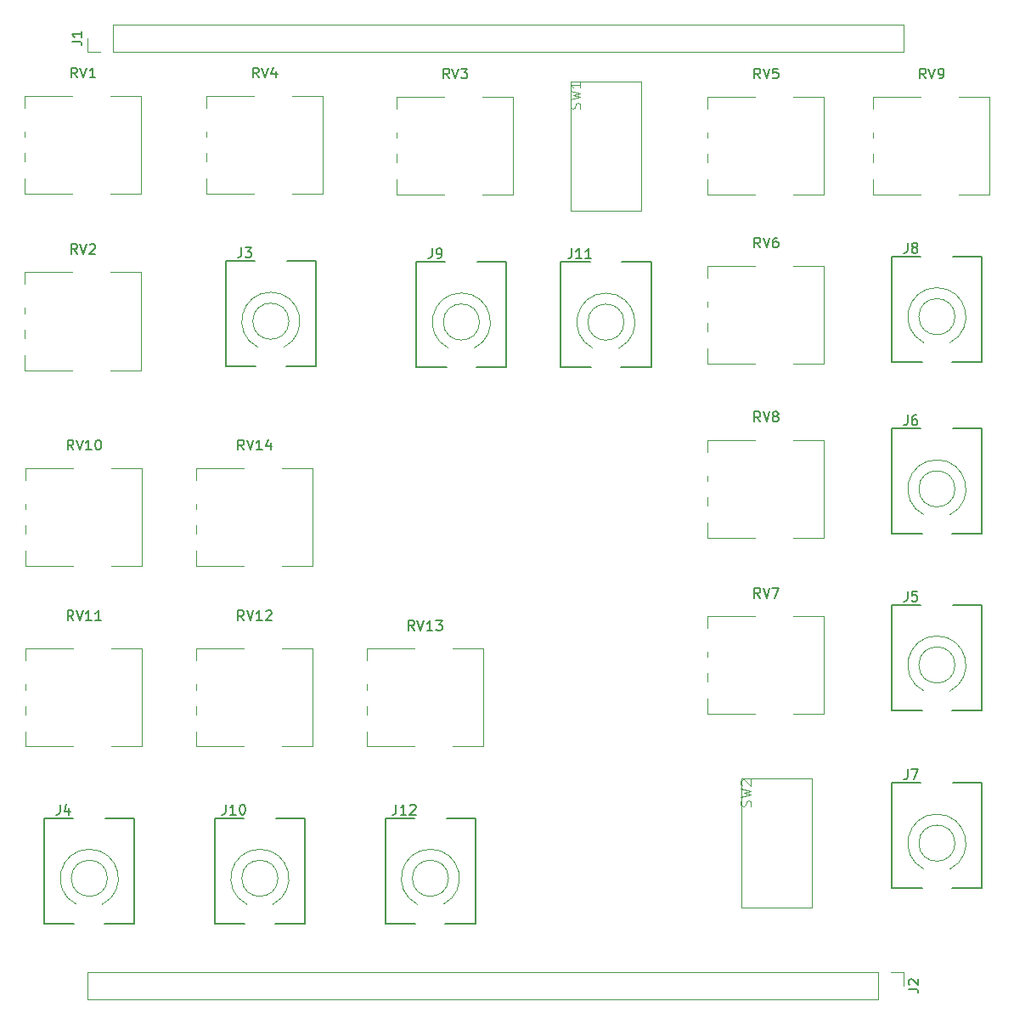
<source format=gbr>
%TF.GenerationSoftware,KiCad,Pcbnew,7.0.9*%
%TF.CreationDate,2024-05-31T23:58:34+01:00*%
%TF.ProjectId,VCO PANEL,56434f20-5041-44e4-954c-2e6b69636164,rev?*%
%TF.SameCoordinates,Original*%
%TF.FileFunction,Legend,Top*%
%TF.FilePolarity,Positive*%
%FSLAX46Y46*%
G04 Gerber Fmt 4.6, Leading zero omitted, Abs format (unit mm)*
G04 Created by KiCad (PCBNEW 7.0.9) date 2024-05-31 23:58:34*
%MOMM*%
%LPD*%
G01*
G04 APERTURE LIST*
%ADD10C,0.150000*%
%ADD11C,0.100000*%
%ADD12C,0.120000*%
%ADD13C,0.200000*%
G04 APERTURE END LIST*
D10*
X101749819Y-53633333D02*
X102464104Y-53633333D01*
X102464104Y-53633333D02*
X102606961Y-53680952D01*
X102606961Y-53680952D02*
X102702200Y-53776190D01*
X102702200Y-53776190D02*
X102749819Y-53919047D01*
X102749819Y-53919047D02*
X102749819Y-54014285D01*
X102749819Y-52633333D02*
X102749819Y-53204761D01*
X102749819Y-52919047D02*
X101749819Y-52919047D01*
X101749819Y-52919047D02*
X101892676Y-53014285D01*
X101892676Y-53014285D02*
X101987914Y-53109523D01*
X101987914Y-53109523D02*
X102035533Y-53204761D01*
X185066666Y-108404819D02*
X185066666Y-109119104D01*
X185066666Y-109119104D02*
X185019047Y-109261961D01*
X185019047Y-109261961D02*
X184923809Y-109357200D01*
X184923809Y-109357200D02*
X184780952Y-109404819D01*
X184780952Y-109404819D02*
X184685714Y-109404819D01*
X186019047Y-108404819D02*
X185542857Y-108404819D01*
X185542857Y-108404819D02*
X185495238Y-108881009D01*
X185495238Y-108881009D02*
X185542857Y-108833390D01*
X185542857Y-108833390D02*
X185638095Y-108785771D01*
X185638095Y-108785771D02*
X185876190Y-108785771D01*
X185876190Y-108785771D02*
X185971428Y-108833390D01*
X185971428Y-108833390D02*
X186019047Y-108881009D01*
X186019047Y-108881009D02*
X186066666Y-108976247D01*
X186066666Y-108976247D02*
X186066666Y-109214342D01*
X186066666Y-109214342D02*
X186019047Y-109309580D01*
X186019047Y-109309580D02*
X185971428Y-109357200D01*
X185971428Y-109357200D02*
X185876190Y-109404819D01*
X185876190Y-109404819D02*
X185638095Y-109404819D01*
X185638095Y-109404819D02*
X185542857Y-109357200D01*
X185542857Y-109357200D02*
X185495238Y-109309580D01*
X186889761Y-57314819D02*
X186556428Y-56838628D01*
X186318333Y-57314819D02*
X186318333Y-56314819D01*
X186318333Y-56314819D02*
X186699285Y-56314819D01*
X186699285Y-56314819D02*
X186794523Y-56362438D01*
X186794523Y-56362438D02*
X186842142Y-56410057D01*
X186842142Y-56410057D02*
X186889761Y-56505295D01*
X186889761Y-56505295D02*
X186889761Y-56648152D01*
X186889761Y-56648152D02*
X186842142Y-56743390D01*
X186842142Y-56743390D02*
X186794523Y-56791009D01*
X186794523Y-56791009D02*
X186699285Y-56838628D01*
X186699285Y-56838628D02*
X186318333Y-56838628D01*
X187175476Y-56314819D02*
X187508809Y-57314819D01*
X187508809Y-57314819D02*
X187842142Y-56314819D01*
X188223095Y-57314819D02*
X188413571Y-57314819D01*
X188413571Y-57314819D02*
X188508809Y-57267200D01*
X188508809Y-57267200D02*
X188556428Y-57219580D01*
X188556428Y-57219580D02*
X188651666Y-57076723D01*
X188651666Y-57076723D02*
X188699285Y-56886247D01*
X188699285Y-56886247D02*
X188699285Y-56505295D01*
X188699285Y-56505295D02*
X188651666Y-56410057D01*
X188651666Y-56410057D02*
X188604047Y-56362438D01*
X188604047Y-56362438D02*
X188508809Y-56314819D01*
X188508809Y-56314819D02*
X188318333Y-56314819D01*
X188318333Y-56314819D02*
X188223095Y-56362438D01*
X188223095Y-56362438D02*
X188175476Y-56410057D01*
X188175476Y-56410057D02*
X188127857Y-56505295D01*
X188127857Y-56505295D02*
X188127857Y-56743390D01*
X188127857Y-56743390D02*
X188175476Y-56838628D01*
X188175476Y-56838628D02*
X188223095Y-56886247D01*
X188223095Y-56886247D02*
X188318333Y-56933866D01*
X188318333Y-56933866D02*
X188508809Y-56933866D01*
X188508809Y-56933866D02*
X188604047Y-56886247D01*
X188604047Y-56886247D02*
X188651666Y-56838628D01*
X188651666Y-56838628D02*
X188699285Y-56743390D01*
X151590476Y-74247419D02*
X151590476Y-74961704D01*
X151590476Y-74961704D02*
X151542857Y-75104561D01*
X151542857Y-75104561D02*
X151447619Y-75199800D01*
X151447619Y-75199800D02*
X151304762Y-75247419D01*
X151304762Y-75247419D02*
X151209524Y-75247419D01*
X152590476Y-75247419D02*
X152019048Y-75247419D01*
X152304762Y-75247419D02*
X152304762Y-74247419D01*
X152304762Y-74247419D02*
X152209524Y-74390276D01*
X152209524Y-74390276D02*
X152114286Y-74485514D01*
X152114286Y-74485514D02*
X152019048Y-74533133D01*
X153542857Y-75247419D02*
X152971429Y-75247419D01*
X153257143Y-75247419D02*
X153257143Y-74247419D01*
X153257143Y-74247419D02*
X153161905Y-74390276D01*
X153161905Y-74390276D02*
X153066667Y-74485514D01*
X153066667Y-74485514D02*
X152971429Y-74533133D01*
X120389761Y-57234819D02*
X120056428Y-56758628D01*
X119818333Y-57234819D02*
X119818333Y-56234819D01*
X119818333Y-56234819D02*
X120199285Y-56234819D01*
X120199285Y-56234819D02*
X120294523Y-56282438D01*
X120294523Y-56282438D02*
X120342142Y-56330057D01*
X120342142Y-56330057D02*
X120389761Y-56425295D01*
X120389761Y-56425295D02*
X120389761Y-56568152D01*
X120389761Y-56568152D02*
X120342142Y-56663390D01*
X120342142Y-56663390D02*
X120294523Y-56711009D01*
X120294523Y-56711009D02*
X120199285Y-56758628D01*
X120199285Y-56758628D02*
X119818333Y-56758628D01*
X120675476Y-56234819D02*
X121008809Y-57234819D01*
X121008809Y-57234819D02*
X121342142Y-56234819D01*
X122104047Y-56568152D02*
X122104047Y-57234819D01*
X121865952Y-56187200D02*
X121627857Y-56901485D01*
X121627857Y-56901485D02*
X122246904Y-56901485D01*
X170389761Y-91514819D02*
X170056428Y-91038628D01*
X169818333Y-91514819D02*
X169818333Y-90514819D01*
X169818333Y-90514819D02*
X170199285Y-90514819D01*
X170199285Y-90514819D02*
X170294523Y-90562438D01*
X170294523Y-90562438D02*
X170342142Y-90610057D01*
X170342142Y-90610057D02*
X170389761Y-90705295D01*
X170389761Y-90705295D02*
X170389761Y-90848152D01*
X170389761Y-90848152D02*
X170342142Y-90943390D01*
X170342142Y-90943390D02*
X170294523Y-90991009D01*
X170294523Y-90991009D02*
X170199285Y-91038628D01*
X170199285Y-91038628D02*
X169818333Y-91038628D01*
X170675476Y-90514819D02*
X171008809Y-91514819D01*
X171008809Y-91514819D02*
X171342142Y-90514819D01*
X171818333Y-90943390D02*
X171723095Y-90895771D01*
X171723095Y-90895771D02*
X171675476Y-90848152D01*
X171675476Y-90848152D02*
X171627857Y-90752914D01*
X171627857Y-90752914D02*
X171627857Y-90705295D01*
X171627857Y-90705295D02*
X171675476Y-90610057D01*
X171675476Y-90610057D02*
X171723095Y-90562438D01*
X171723095Y-90562438D02*
X171818333Y-90514819D01*
X171818333Y-90514819D02*
X172008809Y-90514819D01*
X172008809Y-90514819D02*
X172104047Y-90562438D01*
X172104047Y-90562438D02*
X172151666Y-90610057D01*
X172151666Y-90610057D02*
X172199285Y-90705295D01*
X172199285Y-90705295D02*
X172199285Y-90752914D01*
X172199285Y-90752914D02*
X172151666Y-90848152D01*
X172151666Y-90848152D02*
X172104047Y-90895771D01*
X172104047Y-90895771D02*
X172008809Y-90943390D01*
X172008809Y-90943390D02*
X171818333Y-90943390D01*
X171818333Y-90943390D02*
X171723095Y-90991009D01*
X171723095Y-90991009D02*
X171675476Y-91038628D01*
X171675476Y-91038628D02*
X171627857Y-91133866D01*
X171627857Y-91133866D02*
X171627857Y-91324342D01*
X171627857Y-91324342D02*
X171675476Y-91419580D01*
X171675476Y-91419580D02*
X171723095Y-91467200D01*
X171723095Y-91467200D02*
X171818333Y-91514819D01*
X171818333Y-91514819D02*
X172008809Y-91514819D01*
X172008809Y-91514819D02*
X172104047Y-91467200D01*
X172104047Y-91467200D02*
X172151666Y-91419580D01*
X172151666Y-91419580D02*
X172199285Y-91324342D01*
X172199285Y-91324342D02*
X172199285Y-91133866D01*
X172199285Y-91133866D02*
X172151666Y-91038628D01*
X172151666Y-91038628D02*
X172104047Y-90991009D01*
X172104047Y-90991009D02*
X172008809Y-90943390D01*
X117090476Y-129654819D02*
X117090476Y-130369104D01*
X117090476Y-130369104D02*
X117042857Y-130511961D01*
X117042857Y-130511961D02*
X116947619Y-130607200D01*
X116947619Y-130607200D02*
X116804762Y-130654819D01*
X116804762Y-130654819D02*
X116709524Y-130654819D01*
X118090476Y-130654819D02*
X117519048Y-130654819D01*
X117804762Y-130654819D02*
X117804762Y-129654819D01*
X117804762Y-129654819D02*
X117709524Y-129797676D01*
X117709524Y-129797676D02*
X117614286Y-129892914D01*
X117614286Y-129892914D02*
X117519048Y-129940533D01*
X118709524Y-129654819D02*
X118804762Y-129654819D01*
X118804762Y-129654819D02*
X118900000Y-129702438D01*
X118900000Y-129702438D02*
X118947619Y-129750057D01*
X118947619Y-129750057D02*
X118995238Y-129845295D01*
X118995238Y-129845295D02*
X119042857Y-130035771D01*
X119042857Y-130035771D02*
X119042857Y-130273866D01*
X119042857Y-130273866D02*
X118995238Y-130464342D01*
X118995238Y-130464342D02*
X118947619Y-130559580D01*
X118947619Y-130559580D02*
X118900000Y-130607200D01*
X118900000Y-130607200D02*
X118804762Y-130654819D01*
X118804762Y-130654819D02*
X118709524Y-130654819D01*
X118709524Y-130654819D02*
X118614286Y-130607200D01*
X118614286Y-130607200D02*
X118566667Y-130559580D01*
X118566667Y-130559580D02*
X118519048Y-130464342D01*
X118519048Y-130464342D02*
X118471429Y-130273866D01*
X118471429Y-130273866D02*
X118471429Y-130035771D01*
X118471429Y-130035771D02*
X118519048Y-129845295D01*
X118519048Y-129845295D02*
X118566667Y-129750057D01*
X118566667Y-129750057D02*
X118614286Y-129702438D01*
X118614286Y-129702438D02*
X118709524Y-129654819D01*
X102297261Y-74814819D02*
X101963928Y-74338628D01*
X101725833Y-74814819D02*
X101725833Y-73814819D01*
X101725833Y-73814819D02*
X102106785Y-73814819D01*
X102106785Y-73814819D02*
X102202023Y-73862438D01*
X102202023Y-73862438D02*
X102249642Y-73910057D01*
X102249642Y-73910057D02*
X102297261Y-74005295D01*
X102297261Y-74005295D02*
X102297261Y-74148152D01*
X102297261Y-74148152D02*
X102249642Y-74243390D01*
X102249642Y-74243390D02*
X102202023Y-74291009D01*
X102202023Y-74291009D02*
X102106785Y-74338628D01*
X102106785Y-74338628D02*
X101725833Y-74338628D01*
X102582976Y-73814819D02*
X102916309Y-74814819D01*
X102916309Y-74814819D02*
X103249642Y-73814819D01*
X103535357Y-73910057D02*
X103582976Y-73862438D01*
X103582976Y-73862438D02*
X103678214Y-73814819D01*
X103678214Y-73814819D02*
X103916309Y-73814819D01*
X103916309Y-73814819D02*
X104011547Y-73862438D01*
X104011547Y-73862438D02*
X104059166Y-73910057D01*
X104059166Y-73910057D02*
X104106785Y-74005295D01*
X104106785Y-74005295D02*
X104106785Y-74100533D01*
X104106785Y-74100533D02*
X104059166Y-74243390D01*
X104059166Y-74243390D02*
X103487738Y-74814819D01*
X103487738Y-74814819D02*
X104106785Y-74814819D01*
D11*
X169409800Y-129833332D02*
X169457419Y-129690475D01*
X169457419Y-129690475D02*
X169457419Y-129452380D01*
X169457419Y-129452380D02*
X169409800Y-129357142D01*
X169409800Y-129357142D02*
X169362180Y-129309523D01*
X169362180Y-129309523D02*
X169266942Y-129261904D01*
X169266942Y-129261904D02*
X169171704Y-129261904D01*
X169171704Y-129261904D02*
X169076466Y-129309523D01*
X169076466Y-129309523D02*
X169028847Y-129357142D01*
X169028847Y-129357142D02*
X168981228Y-129452380D01*
X168981228Y-129452380D02*
X168933609Y-129642856D01*
X168933609Y-129642856D02*
X168885990Y-129738094D01*
X168885990Y-129738094D02*
X168838371Y-129785713D01*
X168838371Y-129785713D02*
X168743133Y-129833332D01*
X168743133Y-129833332D02*
X168647895Y-129833332D01*
X168647895Y-129833332D02*
X168552657Y-129785713D01*
X168552657Y-129785713D02*
X168505038Y-129738094D01*
X168505038Y-129738094D02*
X168457419Y-129642856D01*
X168457419Y-129642856D02*
X168457419Y-129404761D01*
X168457419Y-129404761D02*
X168505038Y-129261904D01*
X168457419Y-128928570D02*
X169457419Y-128690475D01*
X169457419Y-128690475D02*
X168743133Y-128499999D01*
X168743133Y-128499999D02*
X169457419Y-128309523D01*
X169457419Y-128309523D02*
X168457419Y-128071428D01*
X168552657Y-127738094D02*
X168505038Y-127690475D01*
X168505038Y-127690475D02*
X168457419Y-127595237D01*
X168457419Y-127595237D02*
X168457419Y-127357142D01*
X168457419Y-127357142D02*
X168505038Y-127261904D01*
X168505038Y-127261904D02*
X168552657Y-127214285D01*
X168552657Y-127214285D02*
X168647895Y-127166666D01*
X168647895Y-127166666D02*
X168743133Y-127166666D01*
X168743133Y-127166666D02*
X168885990Y-127214285D01*
X168885990Y-127214285D02*
X169457419Y-127785713D01*
X169457419Y-127785713D02*
X169457419Y-127166666D01*
D10*
X139389761Y-57314819D02*
X139056428Y-56838628D01*
X138818333Y-57314819D02*
X138818333Y-56314819D01*
X138818333Y-56314819D02*
X139199285Y-56314819D01*
X139199285Y-56314819D02*
X139294523Y-56362438D01*
X139294523Y-56362438D02*
X139342142Y-56410057D01*
X139342142Y-56410057D02*
X139389761Y-56505295D01*
X139389761Y-56505295D02*
X139389761Y-56648152D01*
X139389761Y-56648152D02*
X139342142Y-56743390D01*
X139342142Y-56743390D02*
X139294523Y-56791009D01*
X139294523Y-56791009D02*
X139199285Y-56838628D01*
X139199285Y-56838628D02*
X138818333Y-56838628D01*
X139675476Y-56314819D02*
X140008809Y-57314819D01*
X140008809Y-57314819D02*
X140342142Y-56314819D01*
X140580238Y-56314819D02*
X141199285Y-56314819D01*
X141199285Y-56314819D02*
X140865952Y-56695771D01*
X140865952Y-56695771D02*
X141008809Y-56695771D01*
X141008809Y-56695771D02*
X141104047Y-56743390D01*
X141104047Y-56743390D02*
X141151666Y-56791009D01*
X141151666Y-56791009D02*
X141199285Y-56886247D01*
X141199285Y-56886247D02*
X141199285Y-57124342D01*
X141199285Y-57124342D02*
X141151666Y-57219580D01*
X141151666Y-57219580D02*
X141104047Y-57267200D01*
X141104047Y-57267200D02*
X141008809Y-57314819D01*
X141008809Y-57314819D02*
X140723095Y-57314819D01*
X140723095Y-57314819D02*
X140627857Y-57267200D01*
X140627857Y-57267200D02*
X140580238Y-57219580D01*
X134090476Y-129654819D02*
X134090476Y-130369104D01*
X134090476Y-130369104D02*
X134042857Y-130511961D01*
X134042857Y-130511961D02*
X133947619Y-130607200D01*
X133947619Y-130607200D02*
X133804762Y-130654819D01*
X133804762Y-130654819D02*
X133709524Y-130654819D01*
X135090476Y-130654819D02*
X134519048Y-130654819D01*
X134804762Y-130654819D02*
X134804762Y-129654819D01*
X134804762Y-129654819D02*
X134709524Y-129797676D01*
X134709524Y-129797676D02*
X134614286Y-129892914D01*
X134614286Y-129892914D02*
X134519048Y-129940533D01*
X135471429Y-129750057D02*
X135519048Y-129702438D01*
X135519048Y-129702438D02*
X135614286Y-129654819D01*
X135614286Y-129654819D02*
X135852381Y-129654819D01*
X135852381Y-129654819D02*
X135947619Y-129702438D01*
X135947619Y-129702438D02*
X135995238Y-129750057D01*
X135995238Y-129750057D02*
X136042857Y-129845295D01*
X136042857Y-129845295D02*
X136042857Y-129940533D01*
X136042857Y-129940533D02*
X135995238Y-130083390D01*
X135995238Y-130083390D02*
X135423810Y-130654819D01*
X135423810Y-130654819D02*
X136042857Y-130654819D01*
X135913571Y-112314819D02*
X135580238Y-111838628D01*
X135342143Y-112314819D02*
X135342143Y-111314819D01*
X135342143Y-111314819D02*
X135723095Y-111314819D01*
X135723095Y-111314819D02*
X135818333Y-111362438D01*
X135818333Y-111362438D02*
X135865952Y-111410057D01*
X135865952Y-111410057D02*
X135913571Y-111505295D01*
X135913571Y-111505295D02*
X135913571Y-111648152D01*
X135913571Y-111648152D02*
X135865952Y-111743390D01*
X135865952Y-111743390D02*
X135818333Y-111791009D01*
X135818333Y-111791009D02*
X135723095Y-111838628D01*
X135723095Y-111838628D02*
X135342143Y-111838628D01*
X136199286Y-111314819D02*
X136532619Y-112314819D01*
X136532619Y-112314819D02*
X136865952Y-111314819D01*
X137723095Y-112314819D02*
X137151667Y-112314819D01*
X137437381Y-112314819D02*
X137437381Y-111314819D01*
X137437381Y-111314819D02*
X137342143Y-111457676D01*
X137342143Y-111457676D02*
X137246905Y-111552914D01*
X137246905Y-111552914D02*
X137151667Y-111600533D01*
X138056429Y-111314819D02*
X138675476Y-111314819D01*
X138675476Y-111314819D02*
X138342143Y-111695771D01*
X138342143Y-111695771D02*
X138485000Y-111695771D01*
X138485000Y-111695771D02*
X138580238Y-111743390D01*
X138580238Y-111743390D02*
X138627857Y-111791009D01*
X138627857Y-111791009D02*
X138675476Y-111886247D01*
X138675476Y-111886247D02*
X138675476Y-112124342D01*
X138675476Y-112124342D02*
X138627857Y-112219580D01*
X138627857Y-112219580D02*
X138580238Y-112267200D01*
X138580238Y-112267200D02*
X138485000Y-112314819D01*
X138485000Y-112314819D02*
X138199286Y-112314819D01*
X138199286Y-112314819D02*
X138104048Y-112267200D01*
X138104048Y-112267200D02*
X138056429Y-112219580D01*
X102297261Y-57234819D02*
X101963928Y-56758628D01*
X101725833Y-57234819D02*
X101725833Y-56234819D01*
X101725833Y-56234819D02*
X102106785Y-56234819D01*
X102106785Y-56234819D02*
X102202023Y-56282438D01*
X102202023Y-56282438D02*
X102249642Y-56330057D01*
X102249642Y-56330057D02*
X102297261Y-56425295D01*
X102297261Y-56425295D02*
X102297261Y-56568152D01*
X102297261Y-56568152D02*
X102249642Y-56663390D01*
X102249642Y-56663390D02*
X102202023Y-56711009D01*
X102202023Y-56711009D02*
X102106785Y-56758628D01*
X102106785Y-56758628D02*
X101725833Y-56758628D01*
X102582976Y-56234819D02*
X102916309Y-57234819D01*
X102916309Y-57234819D02*
X103249642Y-56234819D01*
X104106785Y-57234819D02*
X103535357Y-57234819D01*
X103821071Y-57234819D02*
X103821071Y-56234819D01*
X103821071Y-56234819D02*
X103725833Y-56377676D01*
X103725833Y-56377676D02*
X103630595Y-56472914D01*
X103630595Y-56472914D02*
X103535357Y-56520533D01*
X101913571Y-94314819D02*
X101580238Y-93838628D01*
X101342143Y-94314819D02*
X101342143Y-93314819D01*
X101342143Y-93314819D02*
X101723095Y-93314819D01*
X101723095Y-93314819D02*
X101818333Y-93362438D01*
X101818333Y-93362438D02*
X101865952Y-93410057D01*
X101865952Y-93410057D02*
X101913571Y-93505295D01*
X101913571Y-93505295D02*
X101913571Y-93648152D01*
X101913571Y-93648152D02*
X101865952Y-93743390D01*
X101865952Y-93743390D02*
X101818333Y-93791009D01*
X101818333Y-93791009D02*
X101723095Y-93838628D01*
X101723095Y-93838628D02*
X101342143Y-93838628D01*
X102199286Y-93314819D02*
X102532619Y-94314819D01*
X102532619Y-94314819D02*
X102865952Y-93314819D01*
X103723095Y-94314819D02*
X103151667Y-94314819D01*
X103437381Y-94314819D02*
X103437381Y-93314819D01*
X103437381Y-93314819D02*
X103342143Y-93457676D01*
X103342143Y-93457676D02*
X103246905Y-93552914D01*
X103246905Y-93552914D02*
X103151667Y-93600533D01*
X104342143Y-93314819D02*
X104437381Y-93314819D01*
X104437381Y-93314819D02*
X104532619Y-93362438D01*
X104532619Y-93362438D02*
X104580238Y-93410057D01*
X104580238Y-93410057D02*
X104627857Y-93505295D01*
X104627857Y-93505295D02*
X104675476Y-93695771D01*
X104675476Y-93695771D02*
X104675476Y-93933866D01*
X104675476Y-93933866D02*
X104627857Y-94124342D01*
X104627857Y-94124342D02*
X104580238Y-94219580D01*
X104580238Y-94219580D02*
X104532619Y-94267200D01*
X104532619Y-94267200D02*
X104437381Y-94314819D01*
X104437381Y-94314819D02*
X104342143Y-94314819D01*
X104342143Y-94314819D02*
X104246905Y-94267200D01*
X104246905Y-94267200D02*
X104199286Y-94219580D01*
X104199286Y-94219580D02*
X104151667Y-94124342D01*
X104151667Y-94124342D02*
X104104048Y-93933866D01*
X104104048Y-93933866D02*
X104104048Y-93695771D01*
X104104048Y-93695771D02*
X104151667Y-93505295D01*
X104151667Y-93505295D02*
X104199286Y-93410057D01*
X104199286Y-93410057D02*
X104246905Y-93362438D01*
X104246905Y-93362438D02*
X104342143Y-93314819D01*
X118913571Y-94314819D02*
X118580238Y-93838628D01*
X118342143Y-94314819D02*
X118342143Y-93314819D01*
X118342143Y-93314819D02*
X118723095Y-93314819D01*
X118723095Y-93314819D02*
X118818333Y-93362438D01*
X118818333Y-93362438D02*
X118865952Y-93410057D01*
X118865952Y-93410057D02*
X118913571Y-93505295D01*
X118913571Y-93505295D02*
X118913571Y-93648152D01*
X118913571Y-93648152D02*
X118865952Y-93743390D01*
X118865952Y-93743390D02*
X118818333Y-93791009D01*
X118818333Y-93791009D02*
X118723095Y-93838628D01*
X118723095Y-93838628D02*
X118342143Y-93838628D01*
X119199286Y-93314819D02*
X119532619Y-94314819D01*
X119532619Y-94314819D02*
X119865952Y-93314819D01*
X120723095Y-94314819D02*
X120151667Y-94314819D01*
X120437381Y-94314819D02*
X120437381Y-93314819D01*
X120437381Y-93314819D02*
X120342143Y-93457676D01*
X120342143Y-93457676D02*
X120246905Y-93552914D01*
X120246905Y-93552914D02*
X120151667Y-93600533D01*
X121580238Y-93648152D02*
X121580238Y-94314819D01*
X121342143Y-93267200D02*
X121104048Y-93981485D01*
X121104048Y-93981485D02*
X121723095Y-93981485D01*
X101913571Y-111314819D02*
X101580238Y-110838628D01*
X101342143Y-111314819D02*
X101342143Y-110314819D01*
X101342143Y-110314819D02*
X101723095Y-110314819D01*
X101723095Y-110314819D02*
X101818333Y-110362438D01*
X101818333Y-110362438D02*
X101865952Y-110410057D01*
X101865952Y-110410057D02*
X101913571Y-110505295D01*
X101913571Y-110505295D02*
X101913571Y-110648152D01*
X101913571Y-110648152D02*
X101865952Y-110743390D01*
X101865952Y-110743390D02*
X101818333Y-110791009D01*
X101818333Y-110791009D02*
X101723095Y-110838628D01*
X101723095Y-110838628D02*
X101342143Y-110838628D01*
X102199286Y-110314819D02*
X102532619Y-111314819D01*
X102532619Y-111314819D02*
X102865952Y-110314819D01*
X103723095Y-111314819D02*
X103151667Y-111314819D01*
X103437381Y-111314819D02*
X103437381Y-110314819D01*
X103437381Y-110314819D02*
X103342143Y-110457676D01*
X103342143Y-110457676D02*
X103246905Y-110552914D01*
X103246905Y-110552914D02*
X103151667Y-110600533D01*
X104675476Y-111314819D02*
X104104048Y-111314819D01*
X104389762Y-111314819D02*
X104389762Y-110314819D01*
X104389762Y-110314819D02*
X104294524Y-110457676D01*
X104294524Y-110457676D02*
X104199286Y-110552914D01*
X104199286Y-110552914D02*
X104104048Y-110600533D01*
X100566666Y-129654819D02*
X100566666Y-130369104D01*
X100566666Y-130369104D02*
X100519047Y-130511961D01*
X100519047Y-130511961D02*
X100423809Y-130607200D01*
X100423809Y-130607200D02*
X100280952Y-130654819D01*
X100280952Y-130654819D02*
X100185714Y-130654819D01*
X101471428Y-129988152D02*
X101471428Y-130654819D01*
X101233333Y-129607200D02*
X100995238Y-130321485D01*
X100995238Y-130321485D02*
X101614285Y-130321485D01*
X185159819Y-148033333D02*
X185874104Y-148033333D01*
X185874104Y-148033333D02*
X186016961Y-148080952D01*
X186016961Y-148080952D02*
X186112200Y-148176190D01*
X186112200Y-148176190D02*
X186159819Y-148319047D01*
X186159819Y-148319047D02*
X186159819Y-148414285D01*
X185255057Y-147604761D02*
X185207438Y-147557142D01*
X185207438Y-147557142D02*
X185159819Y-147461904D01*
X185159819Y-147461904D02*
X185159819Y-147223809D01*
X185159819Y-147223809D02*
X185207438Y-147128571D01*
X185207438Y-147128571D02*
X185255057Y-147080952D01*
X185255057Y-147080952D02*
X185350295Y-147033333D01*
X185350295Y-147033333D02*
X185445533Y-147033333D01*
X185445533Y-147033333D02*
X185588390Y-147080952D01*
X185588390Y-147080952D02*
X186159819Y-147652380D01*
X186159819Y-147652380D02*
X186159819Y-147033333D01*
X185066666Y-90854819D02*
X185066666Y-91569104D01*
X185066666Y-91569104D02*
X185019047Y-91711961D01*
X185019047Y-91711961D02*
X184923809Y-91807200D01*
X184923809Y-91807200D02*
X184780952Y-91854819D01*
X184780952Y-91854819D02*
X184685714Y-91854819D01*
X185971428Y-90854819D02*
X185780952Y-90854819D01*
X185780952Y-90854819D02*
X185685714Y-90902438D01*
X185685714Y-90902438D02*
X185638095Y-90950057D01*
X185638095Y-90950057D02*
X185542857Y-91092914D01*
X185542857Y-91092914D02*
X185495238Y-91283390D01*
X185495238Y-91283390D02*
X185495238Y-91664342D01*
X185495238Y-91664342D02*
X185542857Y-91759580D01*
X185542857Y-91759580D02*
X185590476Y-91807200D01*
X185590476Y-91807200D02*
X185685714Y-91854819D01*
X185685714Y-91854819D02*
X185876190Y-91854819D01*
X185876190Y-91854819D02*
X185971428Y-91807200D01*
X185971428Y-91807200D02*
X186019047Y-91759580D01*
X186019047Y-91759580D02*
X186066666Y-91664342D01*
X186066666Y-91664342D02*
X186066666Y-91426247D01*
X186066666Y-91426247D02*
X186019047Y-91331009D01*
X186019047Y-91331009D02*
X185971428Y-91283390D01*
X185971428Y-91283390D02*
X185876190Y-91235771D01*
X185876190Y-91235771D02*
X185685714Y-91235771D01*
X185685714Y-91235771D02*
X185590476Y-91283390D01*
X185590476Y-91283390D02*
X185542857Y-91331009D01*
X185542857Y-91331009D02*
X185495238Y-91426247D01*
X185066666Y-126154819D02*
X185066666Y-126869104D01*
X185066666Y-126869104D02*
X185019047Y-127011961D01*
X185019047Y-127011961D02*
X184923809Y-127107200D01*
X184923809Y-127107200D02*
X184780952Y-127154819D01*
X184780952Y-127154819D02*
X184685714Y-127154819D01*
X185447619Y-126154819D02*
X186114285Y-126154819D01*
X186114285Y-126154819D02*
X185685714Y-127154819D01*
X118913571Y-111314819D02*
X118580238Y-110838628D01*
X118342143Y-111314819D02*
X118342143Y-110314819D01*
X118342143Y-110314819D02*
X118723095Y-110314819D01*
X118723095Y-110314819D02*
X118818333Y-110362438D01*
X118818333Y-110362438D02*
X118865952Y-110410057D01*
X118865952Y-110410057D02*
X118913571Y-110505295D01*
X118913571Y-110505295D02*
X118913571Y-110648152D01*
X118913571Y-110648152D02*
X118865952Y-110743390D01*
X118865952Y-110743390D02*
X118818333Y-110791009D01*
X118818333Y-110791009D02*
X118723095Y-110838628D01*
X118723095Y-110838628D02*
X118342143Y-110838628D01*
X119199286Y-110314819D02*
X119532619Y-111314819D01*
X119532619Y-111314819D02*
X119865952Y-110314819D01*
X120723095Y-111314819D02*
X120151667Y-111314819D01*
X120437381Y-111314819D02*
X120437381Y-110314819D01*
X120437381Y-110314819D02*
X120342143Y-110457676D01*
X120342143Y-110457676D02*
X120246905Y-110552914D01*
X120246905Y-110552914D02*
X120151667Y-110600533D01*
X121104048Y-110410057D02*
X121151667Y-110362438D01*
X121151667Y-110362438D02*
X121246905Y-110314819D01*
X121246905Y-110314819D02*
X121485000Y-110314819D01*
X121485000Y-110314819D02*
X121580238Y-110362438D01*
X121580238Y-110362438D02*
X121627857Y-110410057D01*
X121627857Y-110410057D02*
X121675476Y-110505295D01*
X121675476Y-110505295D02*
X121675476Y-110600533D01*
X121675476Y-110600533D02*
X121627857Y-110743390D01*
X121627857Y-110743390D02*
X121056429Y-111314819D01*
X121056429Y-111314819D02*
X121675476Y-111314819D01*
X170389761Y-57314819D02*
X170056428Y-56838628D01*
X169818333Y-57314819D02*
X169818333Y-56314819D01*
X169818333Y-56314819D02*
X170199285Y-56314819D01*
X170199285Y-56314819D02*
X170294523Y-56362438D01*
X170294523Y-56362438D02*
X170342142Y-56410057D01*
X170342142Y-56410057D02*
X170389761Y-56505295D01*
X170389761Y-56505295D02*
X170389761Y-56648152D01*
X170389761Y-56648152D02*
X170342142Y-56743390D01*
X170342142Y-56743390D02*
X170294523Y-56791009D01*
X170294523Y-56791009D02*
X170199285Y-56838628D01*
X170199285Y-56838628D02*
X169818333Y-56838628D01*
X170675476Y-56314819D02*
X171008809Y-57314819D01*
X171008809Y-57314819D02*
X171342142Y-56314819D01*
X172151666Y-56314819D02*
X171675476Y-56314819D01*
X171675476Y-56314819D02*
X171627857Y-56791009D01*
X171627857Y-56791009D02*
X171675476Y-56743390D01*
X171675476Y-56743390D02*
X171770714Y-56695771D01*
X171770714Y-56695771D02*
X172008809Y-56695771D01*
X172008809Y-56695771D02*
X172104047Y-56743390D01*
X172104047Y-56743390D02*
X172151666Y-56791009D01*
X172151666Y-56791009D02*
X172199285Y-56886247D01*
X172199285Y-56886247D02*
X172199285Y-57124342D01*
X172199285Y-57124342D02*
X172151666Y-57219580D01*
X172151666Y-57219580D02*
X172104047Y-57267200D01*
X172104047Y-57267200D02*
X172008809Y-57314819D01*
X172008809Y-57314819D02*
X171770714Y-57314819D01*
X171770714Y-57314819D02*
X171675476Y-57267200D01*
X171675476Y-57267200D02*
X171627857Y-57219580D01*
X118659166Y-74154819D02*
X118659166Y-74869104D01*
X118659166Y-74869104D02*
X118611547Y-75011961D01*
X118611547Y-75011961D02*
X118516309Y-75107200D01*
X118516309Y-75107200D02*
X118373452Y-75154819D01*
X118373452Y-75154819D02*
X118278214Y-75154819D01*
X119040119Y-74154819D02*
X119659166Y-74154819D01*
X119659166Y-74154819D02*
X119325833Y-74535771D01*
X119325833Y-74535771D02*
X119468690Y-74535771D01*
X119468690Y-74535771D02*
X119563928Y-74583390D01*
X119563928Y-74583390D02*
X119611547Y-74631009D01*
X119611547Y-74631009D02*
X119659166Y-74726247D01*
X119659166Y-74726247D02*
X119659166Y-74964342D01*
X119659166Y-74964342D02*
X119611547Y-75059580D01*
X119611547Y-75059580D02*
X119563928Y-75107200D01*
X119563928Y-75107200D02*
X119468690Y-75154819D01*
X119468690Y-75154819D02*
X119182976Y-75154819D01*
X119182976Y-75154819D02*
X119087738Y-75107200D01*
X119087738Y-75107200D02*
X119040119Y-75059580D01*
X185066666Y-73704819D02*
X185066666Y-74419104D01*
X185066666Y-74419104D02*
X185019047Y-74561961D01*
X185019047Y-74561961D02*
X184923809Y-74657200D01*
X184923809Y-74657200D02*
X184780952Y-74704819D01*
X184780952Y-74704819D02*
X184685714Y-74704819D01*
X185685714Y-74133390D02*
X185590476Y-74085771D01*
X185590476Y-74085771D02*
X185542857Y-74038152D01*
X185542857Y-74038152D02*
X185495238Y-73942914D01*
X185495238Y-73942914D02*
X185495238Y-73895295D01*
X185495238Y-73895295D02*
X185542857Y-73800057D01*
X185542857Y-73800057D02*
X185590476Y-73752438D01*
X185590476Y-73752438D02*
X185685714Y-73704819D01*
X185685714Y-73704819D02*
X185876190Y-73704819D01*
X185876190Y-73704819D02*
X185971428Y-73752438D01*
X185971428Y-73752438D02*
X186019047Y-73800057D01*
X186019047Y-73800057D02*
X186066666Y-73895295D01*
X186066666Y-73895295D02*
X186066666Y-73942914D01*
X186066666Y-73942914D02*
X186019047Y-74038152D01*
X186019047Y-74038152D02*
X185971428Y-74085771D01*
X185971428Y-74085771D02*
X185876190Y-74133390D01*
X185876190Y-74133390D02*
X185685714Y-74133390D01*
X185685714Y-74133390D02*
X185590476Y-74181009D01*
X185590476Y-74181009D02*
X185542857Y-74228628D01*
X185542857Y-74228628D02*
X185495238Y-74323866D01*
X185495238Y-74323866D02*
X185495238Y-74514342D01*
X185495238Y-74514342D02*
X185542857Y-74609580D01*
X185542857Y-74609580D02*
X185590476Y-74657200D01*
X185590476Y-74657200D02*
X185685714Y-74704819D01*
X185685714Y-74704819D02*
X185876190Y-74704819D01*
X185876190Y-74704819D02*
X185971428Y-74657200D01*
X185971428Y-74657200D02*
X186019047Y-74609580D01*
X186019047Y-74609580D02*
X186066666Y-74514342D01*
X186066666Y-74514342D02*
X186066666Y-74323866D01*
X186066666Y-74323866D02*
X186019047Y-74228628D01*
X186019047Y-74228628D02*
X185971428Y-74181009D01*
X185971428Y-74181009D02*
X185876190Y-74133390D01*
D11*
X152409800Y-60333332D02*
X152457419Y-60190475D01*
X152457419Y-60190475D02*
X152457419Y-59952380D01*
X152457419Y-59952380D02*
X152409800Y-59857142D01*
X152409800Y-59857142D02*
X152362180Y-59809523D01*
X152362180Y-59809523D02*
X152266942Y-59761904D01*
X152266942Y-59761904D02*
X152171704Y-59761904D01*
X152171704Y-59761904D02*
X152076466Y-59809523D01*
X152076466Y-59809523D02*
X152028847Y-59857142D01*
X152028847Y-59857142D02*
X151981228Y-59952380D01*
X151981228Y-59952380D02*
X151933609Y-60142856D01*
X151933609Y-60142856D02*
X151885990Y-60238094D01*
X151885990Y-60238094D02*
X151838371Y-60285713D01*
X151838371Y-60285713D02*
X151743133Y-60333332D01*
X151743133Y-60333332D02*
X151647895Y-60333332D01*
X151647895Y-60333332D02*
X151552657Y-60285713D01*
X151552657Y-60285713D02*
X151505038Y-60238094D01*
X151505038Y-60238094D02*
X151457419Y-60142856D01*
X151457419Y-60142856D02*
X151457419Y-59904761D01*
X151457419Y-59904761D02*
X151505038Y-59761904D01*
X151457419Y-59428570D02*
X152457419Y-59190475D01*
X152457419Y-59190475D02*
X151743133Y-58999999D01*
X151743133Y-58999999D02*
X152457419Y-58809523D01*
X152457419Y-58809523D02*
X151457419Y-58571428D01*
X152457419Y-57666666D02*
X152457419Y-58238094D01*
X152457419Y-57952380D02*
X151457419Y-57952380D01*
X151457419Y-57952380D02*
X151600276Y-58047618D01*
X151600276Y-58047618D02*
X151695514Y-58142856D01*
X151695514Y-58142856D02*
X151743133Y-58238094D01*
D10*
X137659166Y-74234819D02*
X137659166Y-74949104D01*
X137659166Y-74949104D02*
X137611547Y-75091961D01*
X137611547Y-75091961D02*
X137516309Y-75187200D01*
X137516309Y-75187200D02*
X137373452Y-75234819D01*
X137373452Y-75234819D02*
X137278214Y-75234819D01*
X138182976Y-75234819D02*
X138373452Y-75234819D01*
X138373452Y-75234819D02*
X138468690Y-75187200D01*
X138468690Y-75187200D02*
X138516309Y-75139580D01*
X138516309Y-75139580D02*
X138611547Y-74996723D01*
X138611547Y-74996723D02*
X138659166Y-74806247D01*
X138659166Y-74806247D02*
X138659166Y-74425295D01*
X138659166Y-74425295D02*
X138611547Y-74330057D01*
X138611547Y-74330057D02*
X138563928Y-74282438D01*
X138563928Y-74282438D02*
X138468690Y-74234819D01*
X138468690Y-74234819D02*
X138278214Y-74234819D01*
X138278214Y-74234819D02*
X138182976Y-74282438D01*
X138182976Y-74282438D02*
X138135357Y-74330057D01*
X138135357Y-74330057D02*
X138087738Y-74425295D01*
X138087738Y-74425295D02*
X138087738Y-74663390D01*
X138087738Y-74663390D02*
X138135357Y-74758628D01*
X138135357Y-74758628D02*
X138182976Y-74806247D01*
X138182976Y-74806247D02*
X138278214Y-74853866D01*
X138278214Y-74853866D02*
X138468690Y-74853866D01*
X138468690Y-74853866D02*
X138563928Y-74806247D01*
X138563928Y-74806247D02*
X138611547Y-74758628D01*
X138611547Y-74758628D02*
X138659166Y-74663390D01*
X170389761Y-74164819D02*
X170056428Y-73688628D01*
X169818333Y-74164819D02*
X169818333Y-73164819D01*
X169818333Y-73164819D02*
X170199285Y-73164819D01*
X170199285Y-73164819D02*
X170294523Y-73212438D01*
X170294523Y-73212438D02*
X170342142Y-73260057D01*
X170342142Y-73260057D02*
X170389761Y-73355295D01*
X170389761Y-73355295D02*
X170389761Y-73498152D01*
X170389761Y-73498152D02*
X170342142Y-73593390D01*
X170342142Y-73593390D02*
X170294523Y-73641009D01*
X170294523Y-73641009D02*
X170199285Y-73688628D01*
X170199285Y-73688628D02*
X169818333Y-73688628D01*
X170675476Y-73164819D02*
X171008809Y-74164819D01*
X171008809Y-74164819D02*
X171342142Y-73164819D01*
X172104047Y-73164819D02*
X171913571Y-73164819D01*
X171913571Y-73164819D02*
X171818333Y-73212438D01*
X171818333Y-73212438D02*
X171770714Y-73260057D01*
X171770714Y-73260057D02*
X171675476Y-73402914D01*
X171675476Y-73402914D02*
X171627857Y-73593390D01*
X171627857Y-73593390D02*
X171627857Y-73974342D01*
X171627857Y-73974342D02*
X171675476Y-74069580D01*
X171675476Y-74069580D02*
X171723095Y-74117200D01*
X171723095Y-74117200D02*
X171818333Y-74164819D01*
X171818333Y-74164819D02*
X172008809Y-74164819D01*
X172008809Y-74164819D02*
X172104047Y-74117200D01*
X172104047Y-74117200D02*
X172151666Y-74069580D01*
X172151666Y-74069580D02*
X172199285Y-73974342D01*
X172199285Y-73974342D02*
X172199285Y-73736247D01*
X172199285Y-73736247D02*
X172151666Y-73641009D01*
X172151666Y-73641009D02*
X172104047Y-73593390D01*
X172104047Y-73593390D02*
X172008809Y-73545771D01*
X172008809Y-73545771D02*
X171818333Y-73545771D01*
X171818333Y-73545771D02*
X171723095Y-73593390D01*
X171723095Y-73593390D02*
X171675476Y-73641009D01*
X171675476Y-73641009D02*
X171627857Y-73736247D01*
X170389761Y-109064819D02*
X170056428Y-108588628D01*
X169818333Y-109064819D02*
X169818333Y-108064819D01*
X169818333Y-108064819D02*
X170199285Y-108064819D01*
X170199285Y-108064819D02*
X170294523Y-108112438D01*
X170294523Y-108112438D02*
X170342142Y-108160057D01*
X170342142Y-108160057D02*
X170389761Y-108255295D01*
X170389761Y-108255295D02*
X170389761Y-108398152D01*
X170389761Y-108398152D02*
X170342142Y-108493390D01*
X170342142Y-108493390D02*
X170294523Y-108541009D01*
X170294523Y-108541009D02*
X170199285Y-108588628D01*
X170199285Y-108588628D02*
X169818333Y-108588628D01*
X170675476Y-108064819D02*
X171008809Y-109064819D01*
X171008809Y-109064819D02*
X171342142Y-108064819D01*
X171580238Y-108064819D02*
X172246904Y-108064819D01*
X172246904Y-108064819D02*
X171818333Y-109064819D01*
D12*
%TO.C,J1*%
X103295000Y-54630000D02*
X103295000Y-53300000D01*
X104625000Y-54630000D02*
X103295000Y-54630000D01*
X105895000Y-54630000D02*
X184695000Y-54630000D01*
X105895000Y-54630000D02*
X105895000Y-51970000D01*
X184695000Y-54630000D02*
X184695000Y-51970000D01*
X105895000Y-51970000D02*
X184695000Y-51970000D01*
D13*
%TO.C,J5*%
X183500000Y-109750000D02*
X186400000Y-109750000D01*
X183500000Y-120250000D02*
X183500000Y-109750000D01*
X183500000Y-120250000D02*
X186500000Y-120250000D01*
X189500000Y-120250000D02*
X192500000Y-120250000D01*
X189600000Y-109750000D02*
X192500000Y-109750000D01*
X192500000Y-120250000D02*
X192500000Y-109750000D01*
D12*
X188000000Y-112855000D02*
G75*
G03*
X186703737Y-118338576I0J-2895000D01*
G01*
X189296263Y-118338576D02*
G75*
G03*
X188000000Y-112855000I-1296263J2588576D01*
G01*
X189800000Y-115750000D02*
G75*
G03*
X189800000Y-115750000I-1800000J0D01*
G01*
%TO.C,RV9*%
X181655000Y-59120000D02*
X186375000Y-59120000D01*
X181655000Y-60310000D02*
X181655000Y-59130000D01*
X181655000Y-63210000D02*
X181655000Y-62680000D01*
X181655000Y-65660000D02*
X181655000Y-64830000D01*
X181655000Y-68870000D02*
X181655000Y-67380000D01*
X181655000Y-68870000D02*
X186375000Y-68870000D01*
X190185000Y-59130000D02*
X193245000Y-59130000D01*
X190185000Y-68870000D02*
X193245000Y-68870000D01*
X193245000Y-68870000D02*
X193245000Y-59130000D01*
D13*
%TO.C,J11*%
X150500000Y-75592600D02*
X153400000Y-75592600D01*
X150500000Y-86092600D02*
X150500000Y-75592600D01*
X150500000Y-86092600D02*
X153500000Y-86092600D01*
X156500000Y-86092600D02*
X159500000Y-86092600D01*
X156600000Y-75592600D02*
X159500000Y-75592600D01*
X159500000Y-86092600D02*
X159500000Y-75592600D01*
D12*
X155000000Y-78697600D02*
G75*
G03*
X153703737Y-84181176I0J-2895000D01*
G01*
X156296263Y-84181176D02*
G75*
G03*
X155000000Y-78697600I-1296263J2588576D01*
G01*
X156800000Y-81592600D02*
G75*
G03*
X156800000Y-81592600I-1800000J0D01*
G01*
%TO.C,RV4*%
X115155000Y-59040000D02*
X119875000Y-59040000D01*
X115155000Y-60230000D02*
X115155000Y-59050000D01*
X115155000Y-63130000D02*
X115155000Y-62600000D01*
X115155000Y-65580000D02*
X115155000Y-64750000D01*
X115155000Y-68790000D02*
X115155000Y-67300000D01*
X115155000Y-68790000D02*
X119875000Y-68790000D01*
X123685000Y-59050000D02*
X126745000Y-59050000D01*
X123685000Y-68790000D02*
X126745000Y-68790000D01*
X126745000Y-68790000D02*
X126745000Y-59050000D01*
%TO.C,RV8*%
X165155000Y-93320000D02*
X169875000Y-93320000D01*
X165155000Y-94510000D02*
X165155000Y-93330000D01*
X165155000Y-97410000D02*
X165155000Y-96880000D01*
X165155000Y-99860000D02*
X165155000Y-99030000D01*
X165155000Y-103070000D02*
X165155000Y-101580000D01*
X165155000Y-103070000D02*
X169875000Y-103070000D01*
X173685000Y-93330000D02*
X176745000Y-93330000D01*
X173685000Y-103070000D02*
X176745000Y-103070000D01*
X176745000Y-103070000D02*
X176745000Y-93330000D01*
D13*
%TO.C,J10*%
X116000000Y-131000000D02*
X118900000Y-131000000D01*
X116000000Y-141500000D02*
X116000000Y-131000000D01*
X116000000Y-141500000D02*
X119000000Y-141500000D01*
X122000000Y-141500000D02*
X125000000Y-141500000D01*
X122100000Y-131000000D02*
X125000000Y-131000000D01*
X125000000Y-141500000D02*
X125000000Y-131000000D01*
D12*
X120500000Y-134105000D02*
G75*
G03*
X119203737Y-139588576I0J-2895000D01*
G01*
X121796263Y-139588576D02*
G75*
G03*
X120500000Y-134105000I-1296263J2588576D01*
G01*
X122300000Y-137000000D02*
G75*
G03*
X122300000Y-137000000I-1800000J0D01*
G01*
%TO.C,RV2*%
X97062500Y-76620000D02*
X101782500Y-76620000D01*
X97062500Y-77810000D02*
X97062500Y-76630000D01*
X97062500Y-80710000D02*
X97062500Y-80180000D01*
X97062500Y-83160000D02*
X97062500Y-82330000D01*
X97062500Y-86370000D02*
X97062500Y-84880000D01*
X97062500Y-86370000D02*
X101782500Y-86370000D01*
X105592500Y-76630000D02*
X108652500Y-76630000D01*
X105592500Y-86370000D02*
X108652500Y-86370000D01*
X108652500Y-86370000D02*
X108652500Y-76630000D01*
D11*
%TO.C,SW2*%
X168500000Y-127050000D02*
X175500000Y-127050000D01*
X168500000Y-139950000D02*
X168500000Y-127050000D01*
X168500000Y-139950000D02*
X175500000Y-139950000D01*
X175500000Y-139950000D02*
X175500000Y-127050000D01*
D12*
%TO.C,RV3*%
X134155000Y-59120000D02*
X138875000Y-59120000D01*
X134155000Y-60310000D02*
X134155000Y-59130000D01*
X134155000Y-63210000D02*
X134155000Y-62680000D01*
X134155000Y-65660000D02*
X134155000Y-64830000D01*
X134155000Y-68870000D02*
X134155000Y-67380000D01*
X134155000Y-68870000D02*
X138875000Y-68870000D01*
X142685000Y-59130000D02*
X145745000Y-59130000D01*
X142685000Y-68870000D02*
X145745000Y-68870000D01*
X145745000Y-68870000D02*
X145745000Y-59130000D01*
D13*
%TO.C,J12*%
X133000000Y-131000000D02*
X135900000Y-131000000D01*
X133000000Y-141500000D02*
X133000000Y-131000000D01*
X133000000Y-141500000D02*
X136000000Y-141500000D01*
X139000000Y-141500000D02*
X142000000Y-141500000D01*
X139100000Y-131000000D02*
X142000000Y-131000000D01*
X142000000Y-141500000D02*
X142000000Y-131000000D01*
D12*
X137500000Y-134105000D02*
G75*
G03*
X136203737Y-139588576I0J-2895000D01*
G01*
X138796263Y-139588576D02*
G75*
G03*
X137500000Y-134105000I-1296263J2588576D01*
G01*
X139300000Y-137000000D02*
G75*
G03*
X139300000Y-137000000I-1800000J0D01*
G01*
%TO.C,RV13*%
X131155000Y-114120000D02*
X135875000Y-114120000D01*
X131155000Y-115310000D02*
X131155000Y-114130000D01*
X131155000Y-118210000D02*
X131155000Y-117680000D01*
X131155000Y-120660000D02*
X131155000Y-119830000D01*
X131155000Y-123870000D02*
X131155000Y-122380000D01*
X131155000Y-123870000D02*
X135875000Y-123870000D01*
X139685000Y-114130000D02*
X142745000Y-114130000D01*
X139685000Y-123870000D02*
X142745000Y-123870000D01*
X142745000Y-123870000D02*
X142745000Y-114130000D01*
%TO.C,RV1*%
X97062500Y-59040000D02*
X101782500Y-59040000D01*
X97062500Y-60230000D02*
X97062500Y-59050000D01*
X97062500Y-63130000D02*
X97062500Y-62600000D01*
X97062500Y-65580000D02*
X97062500Y-64750000D01*
X97062500Y-68790000D02*
X97062500Y-67300000D01*
X97062500Y-68790000D02*
X101782500Y-68790000D01*
X105592500Y-59050000D02*
X108652500Y-59050000D01*
X105592500Y-68790000D02*
X108652500Y-68790000D01*
X108652500Y-68790000D02*
X108652500Y-59050000D01*
%TO.C,RV10*%
X97155000Y-96120000D02*
X101875000Y-96120000D01*
X97155000Y-97310000D02*
X97155000Y-96130000D01*
X97155000Y-100210000D02*
X97155000Y-99680000D01*
X97155000Y-102660000D02*
X97155000Y-101830000D01*
X97155000Y-105870000D02*
X97155000Y-104380000D01*
X97155000Y-105870000D02*
X101875000Y-105870000D01*
X105685000Y-96130000D02*
X108745000Y-96130000D01*
X105685000Y-105870000D02*
X108745000Y-105870000D01*
X108745000Y-105870000D02*
X108745000Y-96130000D01*
%TO.C,RV14*%
X114155000Y-96120000D02*
X118875000Y-96120000D01*
X114155000Y-97310000D02*
X114155000Y-96130000D01*
X114155000Y-100210000D02*
X114155000Y-99680000D01*
X114155000Y-102660000D02*
X114155000Y-101830000D01*
X114155000Y-105870000D02*
X114155000Y-104380000D01*
X114155000Y-105870000D02*
X118875000Y-105870000D01*
X122685000Y-96130000D02*
X125745000Y-96130000D01*
X122685000Y-105870000D02*
X125745000Y-105870000D01*
X125745000Y-105870000D02*
X125745000Y-96130000D01*
%TO.C,RV11*%
X97155000Y-114120000D02*
X101875000Y-114120000D01*
X97155000Y-115310000D02*
X97155000Y-114130000D01*
X97155000Y-118210000D02*
X97155000Y-117680000D01*
X97155000Y-120660000D02*
X97155000Y-119830000D01*
X97155000Y-123870000D02*
X97155000Y-122380000D01*
X97155000Y-123870000D02*
X101875000Y-123870000D01*
X105685000Y-114130000D02*
X108745000Y-114130000D01*
X105685000Y-123870000D02*
X108745000Y-123870000D01*
X108745000Y-123870000D02*
X108745000Y-114130000D01*
D13*
%TO.C,J4*%
X99000000Y-131000000D02*
X101900000Y-131000000D01*
X99000000Y-141500000D02*
X99000000Y-131000000D01*
X99000000Y-141500000D02*
X102000000Y-141500000D01*
X105000000Y-141500000D02*
X108000000Y-141500000D01*
X105100000Y-131000000D02*
X108000000Y-131000000D01*
X108000000Y-141500000D02*
X108000000Y-131000000D01*
D12*
X103500000Y-134105000D02*
G75*
G03*
X102203737Y-139588576I0J-2895000D01*
G01*
X104796263Y-139588576D02*
G75*
G03*
X103500000Y-134105000I-1296263J2588576D01*
G01*
X105300000Y-137000000D02*
G75*
G03*
X105300000Y-137000000I-1800000J0D01*
G01*
%TO.C,J2*%
X184705000Y-146370000D02*
X184705000Y-147700000D01*
X183375000Y-146370000D02*
X184705000Y-146370000D01*
X182105000Y-146370000D02*
X103305000Y-146370000D01*
X182105000Y-146370000D02*
X182105000Y-149030000D01*
X103305000Y-146370000D02*
X103305000Y-149030000D01*
X182105000Y-149030000D02*
X103305000Y-149030000D01*
D13*
%TO.C,J6*%
X183500000Y-92200000D02*
X186400000Y-92200000D01*
X183500000Y-102700000D02*
X183500000Y-92200000D01*
X183500000Y-102700000D02*
X186500000Y-102700000D01*
X189500000Y-102700000D02*
X192500000Y-102700000D01*
X189600000Y-92200000D02*
X192500000Y-92200000D01*
X192500000Y-102700000D02*
X192500000Y-92200000D01*
D12*
X188000000Y-95305000D02*
G75*
G03*
X186703737Y-100788576I0J-2895000D01*
G01*
X189296263Y-100788576D02*
G75*
G03*
X188000000Y-95305000I-1296263J2588576D01*
G01*
X189800000Y-98200000D02*
G75*
G03*
X189800000Y-98200000I-1800000J0D01*
G01*
D13*
%TO.C,J7*%
X183500000Y-127500000D02*
X186400000Y-127500000D01*
X183500000Y-138000000D02*
X183500000Y-127500000D01*
X183500000Y-138000000D02*
X186500000Y-138000000D01*
X189500000Y-138000000D02*
X192500000Y-138000000D01*
X189600000Y-127500000D02*
X192500000Y-127500000D01*
X192500000Y-138000000D02*
X192500000Y-127500000D01*
D12*
X188000000Y-130605000D02*
G75*
G03*
X186703737Y-136088576I0J-2895000D01*
G01*
X189296263Y-136088576D02*
G75*
G03*
X188000000Y-130605000I-1296263J2588576D01*
G01*
X189800000Y-133500000D02*
G75*
G03*
X189800000Y-133500000I-1800000J0D01*
G01*
%TO.C,RV12*%
X114155000Y-114120000D02*
X118875000Y-114120000D01*
X114155000Y-115310000D02*
X114155000Y-114130000D01*
X114155000Y-118210000D02*
X114155000Y-117680000D01*
X114155000Y-120660000D02*
X114155000Y-119830000D01*
X114155000Y-123870000D02*
X114155000Y-122380000D01*
X114155000Y-123870000D02*
X118875000Y-123870000D01*
X122685000Y-114130000D02*
X125745000Y-114130000D01*
X122685000Y-123870000D02*
X125745000Y-123870000D01*
X125745000Y-123870000D02*
X125745000Y-114130000D01*
%TO.C,RV5*%
X165155000Y-59120000D02*
X169875000Y-59120000D01*
X165155000Y-60310000D02*
X165155000Y-59130000D01*
X165155000Y-63210000D02*
X165155000Y-62680000D01*
X165155000Y-65660000D02*
X165155000Y-64830000D01*
X165155000Y-68870000D02*
X165155000Y-67380000D01*
X165155000Y-68870000D02*
X169875000Y-68870000D01*
X173685000Y-59130000D02*
X176745000Y-59130000D01*
X173685000Y-68870000D02*
X176745000Y-68870000D01*
X176745000Y-68870000D02*
X176745000Y-59130000D01*
D13*
%TO.C,J3*%
X117092500Y-75500000D02*
X119992500Y-75500000D01*
X117092500Y-86000000D02*
X117092500Y-75500000D01*
X117092500Y-86000000D02*
X120092500Y-86000000D01*
X123092500Y-86000000D02*
X126092500Y-86000000D01*
X123192500Y-75500000D02*
X126092500Y-75500000D01*
X126092500Y-86000000D02*
X126092500Y-75500000D01*
D12*
X121592500Y-78605000D02*
G75*
G03*
X120296237Y-84088576I0J-2895000D01*
G01*
X122888763Y-84088576D02*
G75*
G03*
X121592500Y-78605000I-1296263J2588576D01*
G01*
X123392500Y-81500000D02*
G75*
G03*
X123392500Y-81500000I-1800000J0D01*
G01*
D13*
%TO.C,J8*%
X183500000Y-75050000D02*
X186400000Y-75050000D01*
X183500000Y-85550000D02*
X183500000Y-75050000D01*
X183500000Y-85550000D02*
X186500000Y-85550000D01*
X189500000Y-85550000D02*
X192500000Y-85550000D01*
X189600000Y-75050000D02*
X192500000Y-75050000D01*
X192500000Y-85550000D02*
X192500000Y-75050000D01*
D12*
X188000000Y-78155000D02*
G75*
G03*
X186703737Y-83638576I0J-2895000D01*
G01*
X189296263Y-83638576D02*
G75*
G03*
X188000000Y-78155000I-1296263J2588576D01*
G01*
X189800000Y-81050000D02*
G75*
G03*
X189800000Y-81050000I-1800000J0D01*
G01*
D11*
%TO.C,SW1*%
X151500000Y-57600000D02*
X158500000Y-57600000D01*
X151500000Y-70500000D02*
X151500000Y-57600000D01*
X151500000Y-70500000D02*
X158500000Y-70500000D01*
X158500000Y-70500000D02*
X158500000Y-57600000D01*
D13*
%TO.C,J9*%
X136092500Y-75580000D02*
X138992500Y-75580000D01*
X136092500Y-86080000D02*
X136092500Y-75580000D01*
X136092500Y-86080000D02*
X139092500Y-86080000D01*
X142092500Y-86080000D02*
X145092500Y-86080000D01*
X142192500Y-75580000D02*
X145092500Y-75580000D01*
X145092500Y-86080000D02*
X145092500Y-75580000D01*
D12*
X140592500Y-78685000D02*
G75*
G03*
X139296237Y-84168576I0J-2895000D01*
G01*
X141888763Y-84168576D02*
G75*
G03*
X140592500Y-78685000I-1296263J2588576D01*
G01*
X142392500Y-81580000D02*
G75*
G03*
X142392500Y-81580000I-1800000J0D01*
G01*
%TO.C,RV6*%
X165155000Y-75970000D02*
X169875000Y-75970000D01*
X165155000Y-77160000D02*
X165155000Y-75980000D01*
X165155000Y-80060000D02*
X165155000Y-79530000D01*
X165155000Y-82510000D02*
X165155000Y-81680000D01*
X165155000Y-85720000D02*
X165155000Y-84230000D01*
X165155000Y-85720000D02*
X169875000Y-85720000D01*
X173685000Y-75980000D02*
X176745000Y-75980000D01*
X173685000Y-85720000D02*
X176745000Y-85720000D01*
X176745000Y-85720000D02*
X176745000Y-75980000D01*
%TO.C,RV7*%
X165155000Y-110870000D02*
X169875000Y-110870000D01*
X165155000Y-112060000D02*
X165155000Y-110880000D01*
X165155000Y-114960000D02*
X165155000Y-114430000D01*
X165155000Y-117410000D02*
X165155000Y-116580000D01*
X165155000Y-120620000D02*
X165155000Y-119130000D01*
X165155000Y-120620000D02*
X169875000Y-120620000D01*
X173685000Y-110880000D02*
X176745000Y-110880000D01*
X173685000Y-120620000D02*
X176745000Y-120620000D01*
X176745000Y-120620000D02*
X176745000Y-110880000D01*
%TD*%
M02*

</source>
